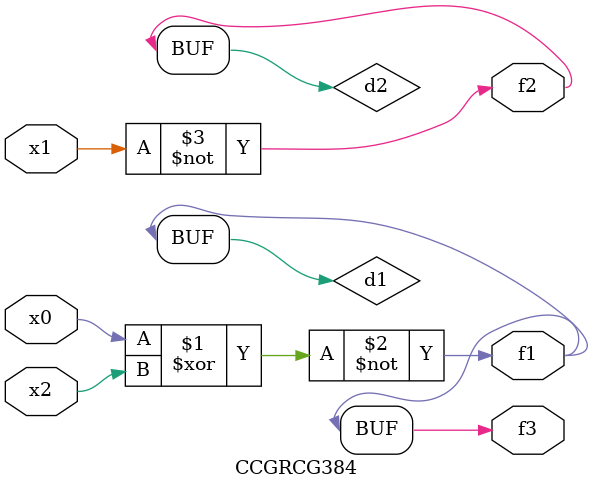
<source format=v>
module CCGRCG384(
	input x0, x1, x2,
	output f1, f2, f3
);

	wire d1, d2, d3;

	xnor (d1, x0, x2);
	nand (d2, x1);
	nor (d3, x1, x2);
	assign f1 = d1;
	assign f2 = d2;
	assign f3 = d1;
endmodule

</source>
